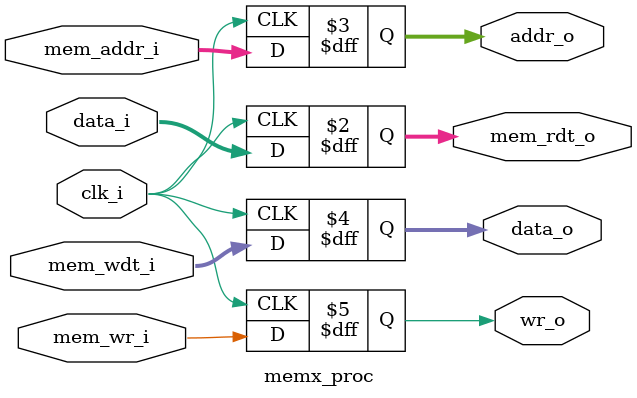
<source format=sv>
module memx_proc
  #(
    parameter RAM_DATA_WIDTH = 16,
    parameter RAM_ADDR_WIDTH = 10
  )(
    // Interface de entrada e saídas externas
    input  logic                      clk_i,
    input  logic                      mem_wr_i,
    input  logic [RAM_ADDR_WIDTH-1:0] mem_addr_i,
    input  logic [RAM_DATA_WIDTH-1:0] mem_wdt_i,
    output logic [RAM_DATA_WIDTH-1:0] mem_rdt_o,
    // Interface com o modelo de memória
    input  logic [RAM_DATA_WIDTH-1:0] data_i,
    output logic [RAM_ADDR_WIDTH-1:0] addr_o,
    output logic [RAM_DATA_WIDTH-1:0] data_o,
    output logic                      wr_o
  );

  always_ff @(posedge clk_i)
  begin
    addr_o <= mem_addr_i;
    data_o <= mem_wdt_i;
    wr_o <= mem_wr_i;
    mem_rdt_o <= data_i;
  end

endmodule
</source>
